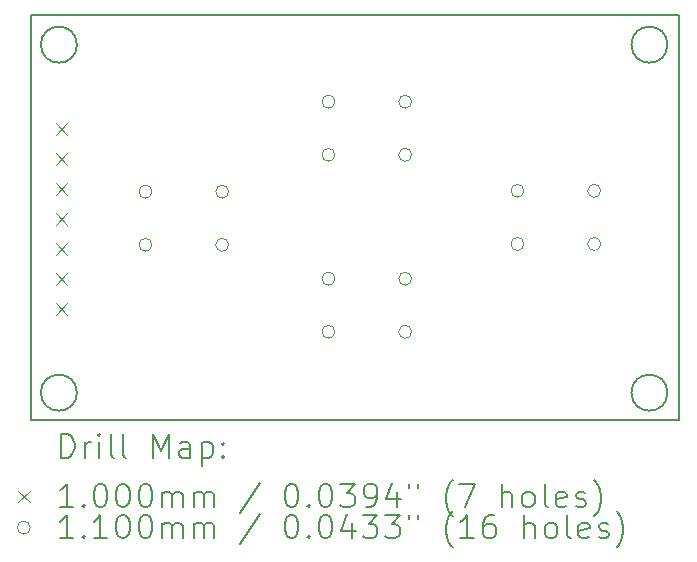
<source format=gbr>
%TF.GenerationSoftware,KiCad,Pcbnew,8.0.3*%
%TF.CreationDate,2024-06-12T19:29:22-06:00*%
%TF.ProjectId,CutMachine_PCB,4375744d-6163-4686-996e-655f5043422e,rev?*%
%TF.SameCoordinates,Original*%
%TF.FileFunction,Drillmap*%
%TF.FilePolarity,Positive*%
%FSLAX45Y45*%
G04 Gerber Fmt 4.5, Leading zero omitted, Abs format (unit mm)*
G04 Created by KiCad (PCBNEW 8.0.3) date 2024-06-12 19:29:22*
%MOMM*%
%LPD*%
G01*
G04 APERTURE LIST*
%ADD10C,0.200000*%
%ADD11C,0.100000*%
%ADD12C,0.110000*%
G04 APERTURE END LIST*
D10*
X13030200Y-11379200D02*
G75*
G02*
X12725400Y-11379200I-152400J0D01*
G01*
X12725400Y-11379200D02*
G75*
G02*
X13030200Y-11379200I152400J0D01*
G01*
X8030200Y-11379200D02*
G75*
G02*
X7725400Y-11379200I-152400J0D01*
G01*
X7725400Y-11379200D02*
G75*
G02*
X8030200Y-11379200I152400J0D01*
G01*
X13030200Y-8432800D02*
G75*
G02*
X12725400Y-8432800I-152400J0D01*
G01*
X12725400Y-8432800D02*
G75*
G02*
X13030200Y-8432800I152400J0D01*
G01*
X8030200Y-8432800D02*
G75*
G02*
X7725400Y-8432800I-152400J0D01*
G01*
X7725400Y-8432800D02*
G75*
G02*
X8030200Y-8432800I152400J0D01*
G01*
X7645400Y-8178800D02*
X13131800Y-8178800D01*
X13131800Y-11607800D01*
X7645400Y-11607800D01*
X7645400Y-8178800D01*
D11*
X7849400Y-9093500D02*
X7949400Y-9193500D01*
X7949400Y-9093500D02*
X7849400Y-9193500D01*
X7849400Y-9347500D02*
X7949400Y-9447500D01*
X7949400Y-9347500D02*
X7849400Y-9447500D01*
X7849400Y-9601500D02*
X7949400Y-9701500D01*
X7949400Y-9601500D02*
X7849400Y-9701500D01*
X7849400Y-9855500D02*
X7949400Y-9955500D01*
X7949400Y-9855500D02*
X7849400Y-9955500D01*
X7849400Y-10109500D02*
X7949400Y-10209500D01*
X7949400Y-10109500D02*
X7849400Y-10209500D01*
X7849400Y-10363500D02*
X7949400Y-10463500D01*
X7949400Y-10363500D02*
X7849400Y-10463500D01*
X7849400Y-10617500D02*
X7949400Y-10717500D01*
X7949400Y-10617500D02*
X7849400Y-10717500D01*
D12*
X8665600Y-9677400D02*
G75*
G02*
X8555600Y-9677400I-55000J0D01*
G01*
X8555600Y-9677400D02*
G75*
G02*
X8665600Y-9677400I55000J0D01*
G01*
X8665600Y-10127400D02*
G75*
G02*
X8555600Y-10127400I-55000J0D01*
G01*
X8555600Y-10127400D02*
G75*
G02*
X8665600Y-10127400I55000J0D01*
G01*
X9315600Y-9677400D02*
G75*
G02*
X9205600Y-9677400I-55000J0D01*
G01*
X9205600Y-9677400D02*
G75*
G02*
X9315600Y-9677400I55000J0D01*
G01*
X9315600Y-10127400D02*
G75*
G02*
X9205600Y-10127400I-55000J0D01*
G01*
X9205600Y-10127400D02*
G75*
G02*
X9315600Y-10127400I55000J0D01*
G01*
X10215000Y-8915400D02*
G75*
G02*
X10105000Y-8915400I-55000J0D01*
G01*
X10105000Y-8915400D02*
G75*
G02*
X10215000Y-8915400I55000J0D01*
G01*
X10215000Y-9365400D02*
G75*
G02*
X10105000Y-9365400I-55000J0D01*
G01*
X10105000Y-9365400D02*
G75*
G02*
X10215000Y-9365400I55000J0D01*
G01*
X10215000Y-10414000D02*
G75*
G02*
X10105000Y-10414000I-55000J0D01*
G01*
X10105000Y-10414000D02*
G75*
G02*
X10215000Y-10414000I55000J0D01*
G01*
X10215000Y-10864000D02*
G75*
G02*
X10105000Y-10864000I-55000J0D01*
G01*
X10105000Y-10864000D02*
G75*
G02*
X10215000Y-10864000I55000J0D01*
G01*
X10865000Y-8915400D02*
G75*
G02*
X10755000Y-8915400I-55000J0D01*
G01*
X10755000Y-8915400D02*
G75*
G02*
X10865000Y-8915400I55000J0D01*
G01*
X10865000Y-9365400D02*
G75*
G02*
X10755000Y-9365400I-55000J0D01*
G01*
X10755000Y-9365400D02*
G75*
G02*
X10865000Y-9365400I55000J0D01*
G01*
X10865000Y-10414000D02*
G75*
G02*
X10755000Y-10414000I-55000J0D01*
G01*
X10755000Y-10414000D02*
G75*
G02*
X10865000Y-10414000I55000J0D01*
G01*
X10865000Y-10864000D02*
G75*
G02*
X10755000Y-10864000I-55000J0D01*
G01*
X10755000Y-10864000D02*
G75*
G02*
X10865000Y-10864000I55000J0D01*
G01*
X11815200Y-9670200D02*
G75*
G02*
X11705200Y-9670200I-55000J0D01*
G01*
X11705200Y-9670200D02*
G75*
G02*
X11815200Y-9670200I55000J0D01*
G01*
X11815200Y-10120200D02*
G75*
G02*
X11705200Y-10120200I-55000J0D01*
G01*
X11705200Y-10120200D02*
G75*
G02*
X11815200Y-10120200I55000J0D01*
G01*
X12465200Y-9670200D02*
G75*
G02*
X12355200Y-9670200I-55000J0D01*
G01*
X12355200Y-9670200D02*
G75*
G02*
X12465200Y-9670200I55000J0D01*
G01*
X12465200Y-10120200D02*
G75*
G02*
X12355200Y-10120200I-55000J0D01*
G01*
X12355200Y-10120200D02*
G75*
G02*
X12465200Y-10120200I55000J0D01*
G01*
D10*
X7896177Y-11929284D02*
X7896177Y-11729284D01*
X7896177Y-11729284D02*
X7943796Y-11729284D01*
X7943796Y-11729284D02*
X7972367Y-11738808D01*
X7972367Y-11738808D02*
X7991415Y-11757855D01*
X7991415Y-11757855D02*
X8000939Y-11776903D01*
X8000939Y-11776903D02*
X8010462Y-11814998D01*
X8010462Y-11814998D02*
X8010462Y-11843569D01*
X8010462Y-11843569D02*
X8000939Y-11881665D01*
X8000939Y-11881665D02*
X7991415Y-11900712D01*
X7991415Y-11900712D02*
X7972367Y-11919760D01*
X7972367Y-11919760D02*
X7943796Y-11929284D01*
X7943796Y-11929284D02*
X7896177Y-11929284D01*
X8096177Y-11929284D02*
X8096177Y-11795950D01*
X8096177Y-11834046D02*
X8105701Y-11814998D01*
X8105701Y-11814998D02*
X8115224Y-11805474D01*
X8115224Y-11805474D02*
X8134272Y-11795950D01*
X8134272Y-11795950D02*
X8153320Y-11795950D01*
X8219986Y-11929284D02*
X8219986Y-11795950D01*
X8219986Y-11729284D02*
X8210462Y-11738808D01*
X8210462Y-11738808D02*
X8219986Y-11748331D01*
X8219986Y-11748331D02*
X8229510Y-11738808D01*
X8229510Y-11738808D02*
X8219986Y-11729284D01*
X8219986Y-11729284D02*
X8219986Y-11748331D01*
X8343796Y-11929284D02*
X8324748Y-11919760D01*
X8324748Y-11919760D02*
X8315224Y-11900712D01*
X8315224Y-11900712D02*
X8315224Y-11729284D01*
X8448558Y-11929284D02*
X8429510Y-11919760D01*
X8429510Y-11919760D02*
X8419986Y-11900712D01*
X8419986Y-11900712D02*
X8419986Y-11729284D01*
X8677129Y-11929284D02*
X8677129Y-11729284D01*
X8677129Y-11729284D02*
X8743796Y-11872141D01*
X8743796Y-11872141D02*
X8810463Y-11729284D01*
X8810463Y-11729284D02*
X8810463Y-11929284D01*
X8991415Y-11929284D02*
X8991415Y-11824522D01*
X8991415Y-11824522D02*
X8981891Y-11805474D01*
X8981891Y-11805474D02*
X8962844Y-11795950D01*
X8962844Y-11795950D02*
X8924748Y-11795950D01*
X8924748Y-11795950D02*
X8905701Y-11805474D01*
X8991415Y-11919760D02*
X8972367Y-11929284D01*
X8972367Y-11929284D02*
X8924748Y-11929284D01*
X8924748Y-11929284D02*
X8905701Y-11919760D01*
X8905701Y-11919760D02*
X8896177Y-11900712D01*
X8896177Y-11900712D02*
X8896177Y-11881665D01*
X8896177Y-11881665D02*
X8905701Y-11862617D01*
X8905701Y-11862617D02*
X8924748Y-11853093D01*
X8924748Y-11853093D02*
X8972367Y-11853093D01*
X8972367Y-11853093D02*
X8991415Y-11843569D01*
X9086653Y-11795950D02*
X9086653Y-11995950D01*
X9086653Y-11805474D02*
X9105701Y-11795950D01*
X9105701Y-11795950D02*
X9143796Y-11795950D01*
X9143796Y-11795950D02*
X9162844Y-11805474D01*
X9162844Y-11805474D02*
X9172367Y-11814998D01*
X9172367Y-11814998D02*
X9181891Y-11834046D01*
X9181891Y-11834046D02*
X9181891Y-11891188D01*
X9181891Y-11891188D02*
X9172367Y-11910236D01*
X9172367Y-11910236D02*
X9162844Y-11919760D01*
X9162844Y-11919760D02*
X9143796Y-11929284D01*
X9143796Y-11929284D02*
X9105701Y-11929284D01*
X9105701Y-11929284D02*
X9086653Y-11919760D01*
X9267605Y-11910236D02*
X9277129Y-11919760D01*
X9277129Y-11919760D02*
X9267605Y-11929284D01*
X9267605Y-11929284D02*
X9258082Y-11919760D01*
X9258082Y-11919760D02*
X9267605Y-11910236D01*
X9267605Y-11910236D02*
X9267605Y-11929284D01*
X9267605Y-11805474D02*
X9277129Y-11814998D01*
X9277129Y-11814998D02*
X9267605Y-11824522D01*
X9267605Y-11824522D02*
X9258082Y-11814998D01*
X9258082Y-11814998D02*
X9267605Y-11805474D01*
X9267605Y-11805474D02*
X9267605Y-11824522D01*
D11*
X7535400Y-12207800D02*
X7635400Y-12307800D01*
X7635400Y-12207800D02*
X7535400Y-12307800D01*
D10*
X8000939Y-12349284D02*
X7886653Y-12349284D01*
X7943796Y-12349284D02*
X7943796Y-12149284D01*
X7943796Y-12149284D02*
X7924748Y-12177855D01*
X7924748Y-12177855D02*
X7905701Y-12196903D01*
X7905701Y-12196903D02*
X7886653Y-12206427D01*
X8086653Y-12330236D02*
X8096177Y-12339760D01*
X8096177Y-12339760D02*
X8086653Y-12349284D01*
X8086653Y-12349284D02*
X8077129Y-12339760D01*
X8077129Y-12339760D02*
X8086653Y-12330236D01*
X8086653Y-12330236D02*
X8086653Y-12349284D01*
X8219986Y-12149284D02*
X8239034Y-12149284D01*
X8239034Y-12149284D02*
X8258082Y-12158808D01*
X8258082Y-12158808D02*
X8267605Y-12168331D01*
X8267605Y-12168331D02*
X8277129Y-12187379D01*
X8277129Y-12187379D02*
X8286653Y-12225474D01*
X8286653Y-12225474D02*
X8286653Y-12273093D01*
X8286653Y-12273093D02*
X8277129Y-12311188D01*
X8277129Y-12311188D02*
X8267605Y-12330236D01*
X8267605Y-12330236D02*
X8258082Y-12339760D01*
X8258082Y-12339760D02*
X8239034Y-12349284D01*
X8239034Y-12349284D02*
X8219986Y-12349284D01*
X8219986Y-12349284D02*
X8200939Y-12339760D01*
X8200939Y-12339760D02*
X8191415Y-12330236D01*
X8191415Y-12330236D02*
X8181891Y-12311188D01*
X8181891Y-12311188D02*
X8172367Y-12273093D01*
X8172367Y-12273093D02*
X8172367Y-12225474D01*
X8172367Y-12225474D02*
X8181891Y-12187379D01*
X8181891Y-12187379D02*
X8191415Y-12168331D01*
X8191415Y-12168331D02*
X8200939Y-12158808D01*
X8200939Y-12158808D02*
X8219986Y-12149284D01*
X8410463Y-12149284D02*
X8429510Y-12149284D01*
X8429510Y-12149284D02*
X8448558Y-12158808D01*
X8448558Y-12158808D02*
X8458082Y-12168331D01*
X8458082Y-12168331D02*
X8467605Y-12187379D01*
X8467605Y-12187379D02*
X8477129Y-12225474D01*
X8477129Y-12225474D02*
X8477129Y-12273093D01*
X8477129Y-12273093D02*
X8467605Y-12311188D01*
X8467605Y-12311188D02*
X8458082Y-12330236D01*
X8458082Y-12330236D02*
X8448558Y-12339760D01*
X8448558Y-12339760D02*
X8429510Y-12349284D01*
X8429510Y-12349284D02*
X8410463Y-12349284D01*
X8410463Y-12349284D02*
X8391415Y-12339760D01*
X8391415Y-12339760D02*
X8381891Y-12330236D01*
X8381891Y-12330236D02*
X8372367Y-12311188D01*
X8372367Y-12311188D02*
X8362843Y-12273093D01*
X8362843Y-12273093D02*
X8362843Y-12225474D01*
X8362843Y-12225474D02*
X8372367Y-12187379D01*
X8372367Y-12187379D02*
X8381891Y-12168331D01*
X8381891Y-12168331D02*
X8391415Y-12158808D01*
X8391415Y-12158808D02*
X8410463Y-12149284D01*
X8600939Y-12149284D02*
X8619986Y-12149284D01*
X8619986Y-12149284D02*
X8639034Y-12158808D01*
X8639034Y-12158808D02*
X8648558Y-12168331D01*
X8648558Y-12168331D02*
X8658082Y-12187379D01*
X8658082Y-12187379D02*
X8667605Y-12225474D01*
X8667605Y-12225474D02*
X8667605Y-12273093D01*
X8667605Y-12273093D02*
X8658082Y-12311188D01*
X8658082Y-12311188D02*
X8648558Y-12330236D01*
X8648558Y-12330236D02*
X8639034Y-12339760D01*
X8639034Y-12339760D02*
X8619986Y-12349284D01*
X8619986Y-12349284D02*
X8600939Y-12349284D01*
X8600939Y-12349284D02*
X8581891Y-12339760D01*
X8581891Y-12339760D02*
X8572367Y-12330236D01*
X8572367Y-12330236D02*
X8562844Y-12311188D01*
X8562844Y-12311188D02*
X8553320Y-12273093D01*
X8553320Y-12273093D02*
X8553320Y-12225474D01*
X8553320Y-12225474D02*
X8562844Y-12187379D01*
X8562844Y-12187379D02*
X8572367Y-12168331D01*
X8572367Y-12168331D02*
X8581891Y-12158808D01*
X8581891Y-12158808D02*
X8600939Y-12149284D01*
X8753320Y-12349284D02*
X8753320Y-12215950D01*
X8753320Y-12234998D02*
X8762844Y-12225474D01*
X8762844Y-12225474D02*
X8781891Y-12215950D01*
X8781891Y-12215950D02*
X8810463Y-12215950D01*
X8810463Y-12215950D02*
X8829510Y-12225474D01*
X8829510Y-12225474D02*
X8839034Y-12244522D01*
X8839034Y-12244522D02*
X8839034Y-12349284D01*
X8839034Y-12244522D02*
X8848558Y-12225474D01*
X8848558Y-12225474D02*
X8867605Y-12215950D01*
X8867605Y-12215950D02*
X8896177Y-12215950D01*
X8896177Y-12215950D02*
X8915225Y-12225474D01*
X8915225Y-12225474D02*
X8924748Y-12244522D01*
X8924748Y-12244522D02*
X8924748Y-12349284D01*
X9019986Y-12349284D02*
X9019986Y-12215950D01*
X9019986Y-12234998D02*
X9029510Y-12225474D01*
X9029510Y-12225474D02*
X9048558Y-12215950D01*
X9048558Y-12215950D02*
X9077129Y-12215950D01*
X9077129Y-12215950D02*
X9096177Y-12225474D01*
X9096177Y-12225474D02*
X9105701Y-12244522D01*
X9105701Y-12244522D02*
X9105701Y-12349284D01*
X9105701Y-12244522D02*
X9115225Y-12225474D01*
X9115225Y-12225474D02*
X9134272Y-12215950D01*
X9134272Y-12215950D02*
X9162844Y-12215950D01*
X9162844Y-12215950D02*
X9181891Y-12225474D01*
X9181891Y-12225474D02*
X9191415Y-12244522D01*
X9191415Y-12244522D02*
X9191415Y-12349284D01*
X9581891Y-12139760D02*
X9410463Y-12396903D01*
X9839034Y-12149284D02*
X9858082Y-12149284D01*
X9858082Y-12149284D02*
X9877129Y-12158808D01*
X9877129Y-12158808D02*
X9886653Y-12168331D01*
X9886653Y-12168331D02*
X9896177Y-12187379D01*
X9896177Y-12187379D02*
X9905701Y-12225474D01*
X9905701Y-12225474D02*
X9905701Y-12273093D01*
X9905701Y-12273093D02*
X9896177Y-12311188D01*
X9896177Y-12311188D02*
X9886653Y-12330236D01*
X9886653Y-12330236D02*
X9877129Y-12339760D01*
X9877129Y-12339760D02*
X9858082Y-12349284D01*
X9858082Y-12349284D02*
X9839034Y-12349284D01*
X9839034Y-12349284D02*
X9819987Y-12339760D01*
X9819987Y-12339760D02*
X9810463Y-12330236D01*
X9810463Y-12330236D02*
X9800939Y-12311188D01*
X9800939Y-12311188D02*
X9791415Y-12273093D01*
X9791415Y-12273093D02*
X9791415Y-12225474D01*
X9791415Y-12225474D02*
X9800939Y-12187379D01*
X9800939Y-12187379D02*
X9810463Y-12168331D01*
X9810463Y-12168331D02*
X9819987Y-12158808D01*
X9819987Y-12158808D02*
X9839034Y-12149284D01*
X9991415Y-12330236D02*
X10000939Y-12339760D01*
X10000939Y-12339760D02*
X9991415Y-12349284D01*
X9991415Y-12349284D02*
X9981891Y-12339760D01*
X9981891Y-12339760D02*
X9991415Y-12330236D01*
X9991415Y-12330236D02*
X9991415Y-12349284D01*
X10124748Y-12149284D02*
X10143796Y-12149284D01*
X10143796Y-12149284D02*
X10162844Y-12158808D01*
X10162844Y-12158808D02*
X10172368Y-12168331D01*
X10172368Y-12168331D02*
X10181891Y-12187379D01*
X10181891Y-12187379D02*
X10191415Y-12225474D01*
X10191415Y-12225474D02*
X10191415Y-12273093D01*
X10191415Y-12273093D02*
X10181891Y-12311188D01*
X10181891Y-12311188D02*
X10172368Y-12330236D01*
X10172368Y-12330236D02*
X10162844Y-12339760D01*
X10162844Y-12339760D02*
X10143796Y-12349284D01*
X10143796Y-12349284D02*
X10124748Y-12349284D01*
X10124748Y-12349284D02*
X10105701Y-12339760D01*
X10105701Y-12339760D02*
X10096177Y-12330236D01*
X10096177Y-12330236D02*
X10086653Y-12311188D01*
X10086653Y-12311188D02*
X10077129Y-12273093D01*
X10077129Y-12273093D02*
X10077129Y-12225474D01*
X10077129Y-12225474D02*
X10086653Y-12187379D01*
X10086653Y-12187379D02*
X10096177Y-12168331D01*
X10096177Y-12168331D02*
X10105701Y-12158808D01*
X10105701Y-12158808D02*
X10124748Y-12149284D01*
X10258082Y-12149284D02*
X10381891Y-12149284D01*
X10381891Y-12149284D02*
X10315225Y-12225474D01*
X10315225Y-12225474D02*
X10343796Y-12225474D01*
X10343796Y-12225474D02*
X10362844Y-12234998D01*
X10362844Y-12234998D02*
X10372368Y-12244522D01*
X10372368Y-12244522D02*
X10381891Y-12263569D01*
X10381891Y-12263569D02*
X10381891Y-12311188D01*
X10381891Y-12311188D02*
X10372368Y-12330236D01*
X10372368Y-12330236D02*
X10362844Y-12339760D01*
X10362844Y-12339760D02*
X10343796Y-12349284D01*
X10343796Y-12349284D02*
X10286653Y-12349284D01*
X10286653Y-12349284D02*
X10267606Y-12339760D01*
X10267606Y-12339760D02*
X10258082Y-12330236D01*
X10477129Y-12349284D02*
X10515225Y-12349284D01*
X10515225Y-12349284D02*
X10534272Y-12339760D01*
X10534272Y-12339760D02*
X10543796Y-12330236D01*
X10543796Y-12330236D02*
X10562844Y-12301665D01*
X10562844Y-12301665D02*
X10572368Y-12263569D01*
X10572368Y-12263569D02*
X10572368Y-12187379D01*
X10572368Y-12187379D02*
X10562844Y-12168331D01*
X10562844Y-12168331D02*
X10553320Y-12158808D01*
X10553320Y-12158808D02*
X10534272Y-12149284D01*
X10534272Y-12149284D02*
X10496177Y-12149284D01*
X10496177Y-12149284D02*
X10477129Y-12158808D01*
X10477129Y-12158808D02*
X10467606Y-12168331D01*
X10467606Y-12168331D02*
X10458082Y-12187379D01*
X10458082Y-12187379D02*
X10458082Y-12234998D01*
X10458082Y-12234998D02*
X10467606Y-12254046D01*
X10467606Y-12254046D02*
X10477129Y-12263569D01*
X10477129Y-12263569D02*
X10496177Y-12273093D01*
X10496177Y-12273093D02*
X10534272Y-12273093D01*
X10534272Y-12273093D02*
X10553320Y-12263569D01*
X10553320Y-12263569D02*
X10562844Y-12254046D01*
X10562844Y-12254046D02*
X10572368Y-12234998D01*
X10743796Y-12215950D02*
X10743796Y-12349284D01*
X10696177Y-12139760D02*
X10648558Y-12282617D01*
X10648558Y-12282617D02*
X10772368Y-12282617D01*
X10839034Y-12149284D02*
X10839034Y-12187379D01*
X10915225Y-12149284D02*
X10915225Y-12187379D01*
X11210463Y-12425474D02*
X11200939Y-12415950D01*
X11200939Y-12415950D02*
X11181891Y-12387379D01*
X11181891Y-12387379D02*
X11172368Y-12368331D01*
X11172368Y-12368331D02*
X11162844Y-12339760D01*
X11162844Y-12339760D02*
X11153320Y-12292141D01*
X11153320Y-12292141D02*
X11153320Y-12254046D01*
X11153320Y-12254046D02*
X11162844Y-12206427D01*
X11162844Y-12206427D02*
X11172368Y-12177855D01*
X11172368Y-12177855D02*
X11181891Y-12158808D01*
X11181891Y-12158808D02*
X11200939Y-12130236D01*
X11200939Y-12130236D02*
X11210463Y-12120712D01*
X11267606Y-12149284D02*
X11400939Y-12149284D01*
X11400939Y-12149284D02*
X11315225Y-12349284D01*
X11629510Y-12349284D02*
X11629510Y-12149284D01*
X11715225Y-12349284D02*
X11715225Y-12244522D01*
X11715225Y-12244522D02*
X11705701Y-12225474D01*
X11705701Y-12225474D02*
X11686653Y-12215950D01*
X11686653Y-12215950D02*
X11658082Y-12215950D01*
X11658082Y-12215950D02*
X11639034Y-12225474D01*
X11639034Y-12225474D02*
X11629510Y-12234998D01*
X11839034Y-12349284D02*
X11819987Y-12339760D01*
X11819987Y-12339760D02*
X11810463Y-12330236D01*
X11810463Y-12330236D02*
X11800939Y-12311188D01*
X11800939Y-12311188D02*
X11800939Y-12254046D01*
X11800939Y-12254046D02*
X11810463Y-12234998D01*
X11810463Y-12234998D02*
X11819987Y-12225474D01*
X11819987Y-12225474D02*
X11839034Y-12215950D01*
X11839034Y-12215950D02*
X11867606Y-12215950D01*
X11867606Y-12215950D02*
X11886653Y-12225474D01*
X11886653Y-12225474D02*
X11896177Y-12234998D01*
X11896177Y-12234998D02*
X11905701Y-12254046D01*
X11905701Y-12254046D02*
X11905701Y-12311188D01*
X11905701Y-12311188D02*
X11896177Y-12330236D01*
X11896177Y-12330236D02*
X11886653Y-12339760D01*
X11886653Y-12339760D02*
X11867606Y-12349284D01*
X11867606Y-12349284D02*
X11839034Y-12349284D01*
X12019987Y-12349284D02*
X12000939Y-12339760D01*
X12000939Y-12339760D02*
X11991415Y-12320712D01*
X11991415Y-12320712D02*
X11991415Y-12149284D01*
X12172368Y-12339760D02*
X12153320Y-12349284D01*
X12153320Y-12349284D02*
X12115225Y-12349284D01*
X12115225Y-12349284D02*
X12096177Y-12339760D01*
X12096177Y-12339760D02*
X12086653Y-12320712D01*
X12086653Y-12320712D02*
X12086653Y-12244522D01*
X12086653Y-12244522D02*
X12096177Y-12225474D01*
X12096177Y-12225474D02*
X12115225Y-12215950D01*
X12115225Y-12215950D02*
X12153320Y-12215950D01*
X12153320Y-12215950D02*
X12172368Y-12225474D01*
X12172368Y-12225474D02*
X12181891Y-12244522D01*
X12181891Y-12244522D02*
X12181891Y-12263569D01*
X12181891Y-12263569D02*
X12086653Y-12282617D01*
X12258082Y-12339760D02*
X12277130Y-12349284D01*
X12277130Y-12349284D02*
X12315225Y-12349284D01*
X12315225Y-12349284D02*
X12334272Y-12339760D01*
X12334272Y-12339760D02*
X12343796Y-12320712D01*
X12343796Y-12320712D02*
X12343796Y-12311188D01*
X12343796Y-12311188D02*
X12334272Y-12292141D01*
X12334272Y-12292141D02*
X12315225Y-12282617D01*
X12315225Y-12282617D02*
X12286653Y-12282617D01*
X12286653Y-12282617D02*
X12267606Y-12273093D01*
X12267606Y-12273093D02*
X12258082Y-12254046D01*
X12258082Y-12254046D02*
X12258082Y-12244522D01*
X12258082Y-12244522D02*
X12267606Y-12225474D01*
X12267606Y-12225474D02*
X12286653Y-12215950D01*
X12286653Y-12215950D02*
X12315225Y-12215950D01*
X12315225Y-12215950D02*
X12334272Y-12225474D01*
X12410463Y-12425474D02*
X12419987Y-12415950D01*
X12419987Y-12415950D02*
X12439034Y-12387379D01*
X12439034Y-12387379D02*
X12448558Y-12368331D01*
X12448558Y-12368331D02*
X12458082Y-12339760D01*
X12458082Y-12339760D02*
X12467606Y-12292141D01*
X12467606Y-12292141D02*
X12467606Y-12254046D01*
X12467606Y-12254046D02*
X12458082Y-12206427D01*
X12458082Y-12206427D02*
X12448558Y-12177855D01*
X12448558Y-12177855D02*
X12439034Y-12158808D01*
X12439034Y-12158808D02*
X12419987Y-12130236D01*
X12419987Y-12130236D02*
X12410463Y-12120712D01*
D12*
X7635400Y-12521800D02*
G75*
G02*
X7525400Y-12521800I-55000J0D01*
G01*
X7525400Y-12521800D02*
G75*
G02*
X7635400Y-12521800I55000J0D01*
G01*
D10*
X8000939Y-12613284D02*
X7886653Y-12613284D01*
X7943796Y-12613284D02*
X7943796Y-12413284D01*
X7943796Y-12413284D02*
X7924748Y-12441855D01*
X7924748Y-12441855D02*
X7905701Y-12460903D01*
X7905701Y-12460903D02*
X7886653Y-12470427D01*
X8086653Y-12594236D02*
X8096177Y-12603760D01*
X8096177Y-12603760D02*
X8086653Y-12613284D01*
X8086653Y-12613284D02*
X8077129Y-12603760D01*
X8077129Y-12603760D02*
X8086653Y-12594236D01*
X8086653Y-12594236D02*
X8086653Y-12613284D01*
X8286653Y-12613284D02*
X8172367Y-12613284D01*
X8229510Y-12613284D02*
X8229510Y-12413284D01*
X8229510Y-12413284D02*
X8210462Y-12441855D01*
X8210462Y-12441855D02*
X8191415Y-12460903D01*
X8191415Y-12460903D02*
X8172367Y-12470427D01*
X8410463Y-12413284D02*
X8429510Y-12413284D01*
X8429510Y-12413284D02*
X8448558Y-12422808D01*
X8448558Y-12422808D02*
X8458082Y-12432331D01*
X8458082Y-12432331D02*
X8467605Y-12451379D01*
X8467605Y-12451379D02*
X8477129Y-12489474D01*
X8477129Y-12489474D02*
X8477129Y-12537093D01*
X8477129Y-12537093D02*
X8467605Y-12575188D01*
X8467605Y-12575188D02*
X8458082Y-12594236D01*
X8458082Y-12594236D02*
X8448558Y-12603760D01*
X8448558Y-12603760D02*
X8429510Y-12613284D01*
X8429510Y-12613284D02*
X8410463Y-12613284D01*
X8410463Y-12613284D02*
X8391415Y-12603760D01*
X8391415Y-12603760D02*
X8381891Y-12594236D01*
X8381891Y-12594236D02*
X8372367Y-12575188D01*
X8372367Y-12575188D02*
X8362843Y-12537093D01*
X8362843Y-12537093D02*
X8362843Y-12489474D01*
X8362843Y-12489474D02*
X8372367Y-12451379D01*
X8372367Y-12451379D02*
X8381891Y-12432331D01*
X8381891Y-12432331D02*
X8391415Y-12422808D01*
X8391415Y-12422808D02*
X8410463Y-12413284D01*
X8600939Y-12413284D02*
X8619986Y-12413284D01*
X8619986Y-12413284D02*
X8639034Y-12422808D01*
X8639034Y-12422808D02*
X8648558Y-12432331D01*
X8648558Y-12432331D02*
X8658082Y-12451379D01*
X8658082Y-12451379D02*
X8667605Y-12489474D01*
X8667605Y-12489474D02*
X8667605Y-12537093D01*
X8667605Y-12537093D02*
X8658082Y-12575188D01*
X8658082Y-12575188D02*
X8648558Y-12594236D01*
X8648558Y-12594236D02*
X8639034Y-12603760D01*
X8639034Y-12603760D02*
X8619986Y-12613284D01*
X8619986Y-12613284D02*
X8600939Y-12613284D01*
X8600939Y-12613284D02*
X8581891Y-12603760D01*
X8581891Y-12603760D02*
X8572367Y-12594236D01*
X8572367Y-12594236D02*
X8562844Y-12575188D01*
X8562844Y-12575188D02*
X8553320Y-12537093D01*
X8553320Y-12537093D02*
X8553320Y-12489474D01*
X8553320Y-12489474D02*
X8562844Y-12451379D01*
X8562844Y-12451379D02*
X8572367Y-12432331D01*
X8572367Y-12432331D02*
X8581891Y-12422808D01*
X8581891Y-12422808D02*
X8600939Y-12413284D01*
X8753320Y-12613284D02*
X8753320Y-12479950D01*
X8753320Y-12498998D02*
X8762844Y-12489474D01*
X8762844Y-12489474D02*
X8781891Y-12479950D01*
X8781891Y-12479950D02*
X8810463Y-12479950D01*
X8810463Y-12479950D02*
X8829510Y-12489474D01*
X8829510Y-12489474D02*
X8839034Y-12508522D01*
X8839034Y-12508522D02*
X8839034Y-12613284D01*
X8839034Y-12508522D02*
X8848558Y-12489474D01*
X8848558Y-12489474D02*
X8867605Y-12479950D01*
X8867605Y-12479950D02*
X8896177Y-12479950D01*
X8896177Y-12479950D02*
X8915225Y-12489474D01*
X8915225Y-12489474D02*
X8924748Y-12508522D01*
X8924748Y-12508522D02*
X8924748Y-12613284D01*
X9019986Y-12613284D02*
X9019986Y-12479950D01*
X9019986Y-12498998D02*
X9029510Y-12489474D01*
X9029510Y-12489474D02*
X9048558Y-12479950D01*
X9048558Y-12479950D02*
X9077129Y-12479950D01*
X9077129Y-12479950D02*
X9096177Y-12489474D01*
X9096177Y-12489474D02*
X9105701Y-12508522D01*
X9105701Y-12508522D02*
X9105701Y-12613284D01*
X9105701Y-12508522D02*
X9115225Y-12489474D01*
X9115225Y-12489474D02*
X9134272Y-12479950D01*
X9134272Y-12479950D02*
X9162844Y-12479950D01*
X9162844Y-12479950D02*
X9181891Y-12489474D01*
X9181891Y-12489474D02*
X9191415Y-12508522D01*
X9191415Y-12508522D02*
X9191415Y-12613284D01*
X9581891Y-12403760D02*
X9410463Y-12660903D01*
X9839034Y-12413284D02*
X9858082Y-12413284D01*
X9858082Y-12413284D02*
X9877129Y-12422808D01*
X9877129Y-12422808D02*
X9886653Y-12432331D01*
X9886653Y-12432331D02*
X9896177Y-12451379D01*
X9896177Y-12451379D02*
X9905701Y-12489474D01*
X9905701Y-12489474D02*
X9905701Y-12537093D01*
X9905701Y-12537093D02*
X9896177Y-12575188D01*
X9896177Y-12575188D02*
X9886653Y-12594236D01*
X9886653Y-12594236D02*
X9877129Y-12603760D01*
X9877129Y-12603760D02*
X9858082Y-12613284D01*
X9858082Y-12613284D02*
X9839034Y-12613284D01*
X9839034Y-12613284D02*
X9819987Y-12603760D01*
X9819987Y-12603760D02*
X9810463Y-12594236D01*
X9810463Y-12594236D02*
X9800939Y-12575188D01*
X9800939Y-12575188D02*
X9791415Y-12537093D01*
X9791415Y-12537093D02*
X9791415Y-12489474D01*
X9791415Y-12489474D02*
X9800939Y-12451379D01*
X9800939Y-12451379D02*
X9810463Y-12432331D01*
X9810463Y-12432331D02*
X9819987Y-12422808D01*
X9819987Y-12422808D02*
X9839034Y-12413284D01*
X9991415Y-12594236D02*
X10000939Y-12603760D01*
X10000939Y-12603760D02*
X9991415Y-12613284D01*
X9991415Y-12613284D02*
X9981891Y-12603760D01*
X9981891Y-12603760D02*
X9991415Y-12594236D01*
X9991415Y-12594236D02*
X9991415Y-12613284D01*
X10124748Y-12413284D02*
X10143796Y-12413284D01*
X10143796Y-12413284D02*
X10162844Y-12422808D01*
X10162844Y-12422808D02*
X10172368Y-12432331D01*
X10172368Y-12432331D02*
X10181891Y-12451379D01*
X10181891Y-12451379D02*
X10191415Y-12489474D01*
X10191415Y-12489474D02*
X10191415Y-12537093D01*
X10191415Y-12537093D02*
X10181891Y-12575188D01*
X10181891Y-12575188D02*
X10172368Y-12594236D01*
X10172368Y-12594236D02*
X10162844Y-12603760D01*
X10162844Y-12603760D02*
X10143796Y-12613284D01*
X10143796Y-12613284D02*
X10124748Y-12613284D01*
X10124748Y-12613284D02*
X10105701Y-12603760D01*
X10105701Y-12603760D02*
X10096177Y-12594236D01*
X10096177Y-12594236D02*
X10086653Y-12575188D01*
X10086653Y-12575188D02*
X10077129Y-12537093D01*
X10077129Y-12537093D02*
X10077129Y-12489474D01*
X10077129Y-12489474D02*
X10086653Y-12451379D01*
X10086653Y-12451379D02*
X10096177Y-12432331D01*
X10096177Y-12432331D02*
X10105701Y-12422808D01*
X10105701Y-12422808D02*
X10124748Y-12413284D01*
X10362844Y-12479950D02*
X10362844Y-12613284D01*
X10315225Y-12403760D02*
X10267606Y-12546617D01*
X10267606Y-12546617D02*
X10391415Y-12546617D01*
X10448558Y-12413284D02*
X10572368Y-12413284D01*
X10572368Y-12413284D02*
X10505701Y-12489474D01*
X10505701Y-12489474D02*
X10534272Y-12489474D01*
X10534272Y-12489474D02*
X10553320Y-12498998D01*
X10553320Y-12498998D02*
X10562844Y-12508522D01*
X10562844Y-12508522D02*
X10572368Y-12527569D01*
X10572368Y-12527569D02*
X10572368Y-12575188D01*
X10572368Y-12575188D02*
X10562844Y-12594236D01*
X10562844Y-12594236D02*
X10553320Y-12603760D01*
X10553320Y-12603760D02*
X10534272Y-12613284D01*
X10534272Y-12613284D02*
X10477129Y-12613284D01*
X10477129Y-12613284D02*
X10458082Y-12603760D01*
X10458082Y-12603760D02*
X10448558Y-12594236D01*
X10639034Y-12413284D02*
X10762844Y-12413284D01*
X10762844Y-12413284D02*
X10696177Y-12489474D01*
X10696177Y-12489474D02*
X10724749Y-12489474D01*
X10724749Y-12489474D02*
X10743796Y-12498998D01*
X10743796Y-12498998D02*
X10753320Y-12508522D01*
X10753320Y-12508522D02*
X10762844Y-12527569D01*
X10762844Y-12527569D02*
X10762844Y-12575188D01*
X10762844Y-12575188D02*
X10753320Y-12594236D01*
X10753320Y-12594236D02*
X10743796Y-12603760D01*
X10743796Y-12603760D02*
X10724749Y-12613284D01*
X10724749Y-12613284D02*
X10667606Y-12613284D01*
X10667606Y-12613284D02*
X10648558Y-12603760D01*
X10648558Y-12603760D02*
X10639034Y-12594236D01*
X10839034Y-12413284D02*
X10839034Y-12451379D01*
X10915225Y-12413284D02*
X10915225Y-12451379D01*
X11210463Y-12689474D02*
X11200939Y-12679950D01*
X11200939Y-12679950D02*
X11181891Y-12651379D01*
X11181891Y-12651379D02*
X11172368Y-12632331D01*
X11172368Y-12632331D02*
X11162844Y-12603760D01*
X11162844Y-12603760D02*
X11153320Y-12556141D01*
X11153320Y-12556141D02*
X11153320Y-12518046D01*
X11153320Y-12518046D02*
X11162844Y-12470427D01*
X11162844Y-12470427D02*
X11172368Y-12441855D01*
X11172368Y-12441855D02*
X11181891Y-12422808D01*
X11181891Y-12422808D02*
X11200939Y-12394236D01*
X11200939Y-12394236D02*
X11210463Y-12384712D01*
X11391415Y-12613284D02*
X11277129Y-12613284D01*
X11334272Y-12613284D02*
X11334272Y-12413284D01*
X11334272Y-12413284D02*
X11315225Y-12441855D01*
X11315225Y-12441855D02*
X11296177Y-12460903D01*
X11296177Y-12460903D02*
X11277129Y-12470427D01*
X11562844Y-12413284D02*
X11524748Y-12413284D01*
X11524748Y-12413284D02*
X11505701Y-12422808D01*
X11505701Y-12422808D02*
X11496177Y-12432331D01*
X11496177Y-12432331D02*
X11477129Y-12460903D01*
X11477129Y-12460903D02*
X11467606Y-12498998D01*
X11467606Y-12498998D02*
X11467606Y-12575188D01*
X11467606Y-12575188D02*
X11477129Y-12594236D01*
X11477129Y-12594236D02*
X11486653Y-12603760D01*
X11486653Y-12603760D02*
X11505701Y-12613284D01*
X11505701Y-12613284D02*
X11543796Y-12613284D01*
X11543796Y-12613284D02*
X11562844Y-12603760D01*
X11562844Y-12603760D02*
X11572368Y-12594236D01*
X11572368Y-12594236D02*
X11581891Y-12575188D01*
X11581891Y-12575188D02*
X11581891Y-12527569D01*
X11581891Y-12527569D02*
X11572368Y-12508522D01*
X11572368Y-12508522D02*
X11562844Y-12498998D01*
X11562844Y-12498998D02*
X11543796Y-12489474D01*
X11543796Y-12489474D02*
X11505701Y-12489474D01*
X11505701Y-12489474D02*
X11486653Y-12498998D01*
X11486653Y-12498998D02*
X11477129Y-12508522D01*
X11477129Y-12508522D02*
X11467606Y-12527569D01*
X11819987Y-12613284D02*
X11819987Y-12413284D01*
X11905701Y-12613284D02*
X11905701Y-12508522D01*
X11905701Y-12508522D02*
X11896177Y-12489474D01*
X11896177Y-12489474D02*
X11877130Y-12479950D01*
X11877130Y-12479950D02*
X11848558Y-12479950D01*
X11848558Y-12479950D02*
X11829510Y-12489474D01*
X11829510Y-12489474D02*
X11819987Y-12498998D01*
X12029510Y-12613284D02*
X12010463Y-12603760D01*
X12010463Y-12603760D02*
X12000939Y-12594236D01*
X12000939Y-12594236D02*
X11991415Y-12575188D01*
X11991415Y-12575188D02*
X11991415Y-12518046D01*
X11991415Y-12518046D02*
X12000939Y-12498998D01*
X12000939Y-12498998D02*
X12010463Y-12489474D01*
X12010463Y-12489474D02*
X12029510Y-12479950D01*
X12029510Y-12479950D02*
X12058082Y-12479950D01*
X12058082Y-12479950D02*
X12077130Y-12489474D01*
X12077130Y-12489474D02*
X12086653Y-12498998D01*
X12086653Y-12498998D02*
X12096177Y-12518046D01*
X12096177Y-12518046D02*
X12096177Y-12575188D01*
X12096177Y-12575188D02*
X12086653Y-12594236D01*
X12086653Y-12594236D02*
X12077130Y-12603760D01*
X12077130Y-12603760D02*
X12058082Y-12613284D01*
X12058082Y-12613284D02*
X12029510Y-12613284D01*
X12210463Y-12613284D02*
X12191415Y-12603760D01*
X12191415Y-12603760D02*
X12181891Y-12584712D01*
X12181891Y-12584712D02*
X12181891Y-12413284D01*
X12362844Y-12603760D02*
X12343796Y-12613284D01*
X12343796Y-12613284D02*
X12305701Y-12613284D01*
X12305701Y-12613284D02*
X12286653Y-12603760D01*
X12286653Y-12603760D02*
X12277130Y-12584712D01*
X12277130Y-12584712D02*
X12277130Y-12508522D01*
X12277130Y-12508522D02*
X12286653Y-12489474D01*
X12286653Y-12489474D02*
X12305701Y-12479950D01*
X12305701Y-12479950D02*
X12343796Y-12479950D01*
X12343796Y-12479950D02*
X12362844Y-12489474D01*
X12362844Y-12489474D02*
X12372368Y-12508522D01*
X12372368Y-12508522D02*
X12372368Y-12527569D01*
X12372368Y-12527569D02*
X12277130Y-12546617D01*
X12448558Y-12603760D02*
X12467606Y-12613284D01*
X12467606Y-12613284D02*
X12505701Y-12613284D01*
X12505701Y-12613284D02*
X12524749Y-12603760D01*
X12524749Y-12603760D02*
X12534272Y-12584712D01*
X12534272Y-12584712D02*
X12534272Y-12575188D01*
X12534272Y-12575188D02*
X12524749Y-12556141D01*
X12524749Y-12556141D02*
X12505701Y-12546617D01*
X12505701Y-12546617D02*
X12477130Y-12546617D01*
X12477130Y-12546617D02*
X12458082Y-12537093D01*
X12458082Y-12537093D02*
X12448558Y-12518046D01*
X12448558Y-12518046D02*
X12448558Y-12508522D01*
X12448558Y-12508522D02*
X12458082Y-12489474D01*
X12458082Y-12489474D02*
X12477130Y-12479950D01*
X12477130Y-12479950D02*
X12505701Y-12479950D01*
X12505701Y-12479950D02*
X12524749Y-12489474D01*
X12600939Y-12689474D02*
X12610463Y-12679950D01*
X12610463Y-12679950D02*
X12629511Y-12651379D01*
X12629511Y-12651379D02*
X12639034Y-12632331D01*
X12639034Y-12632331D02*
X12648558Y-12603760D01*
X12648558Y-12603760D02*
X12658082Y-12556141D01*
X12658082Y-12556141D02*
X12658082Y-12518046D01*
X12658082Y-12518046D02*
X12648558Y-12470427D01*
X12648558Y-12470427D02*
X12639034Y-12441855D01*
X12639034Y-12441855D02*
X12629511Y-12422808D01*
X12629511Y-12422808D02*
X12610463Y-12394236D01*
X12610463Y-12394236D02*
X12600939Y-12384712D01*
M02*

</source>
